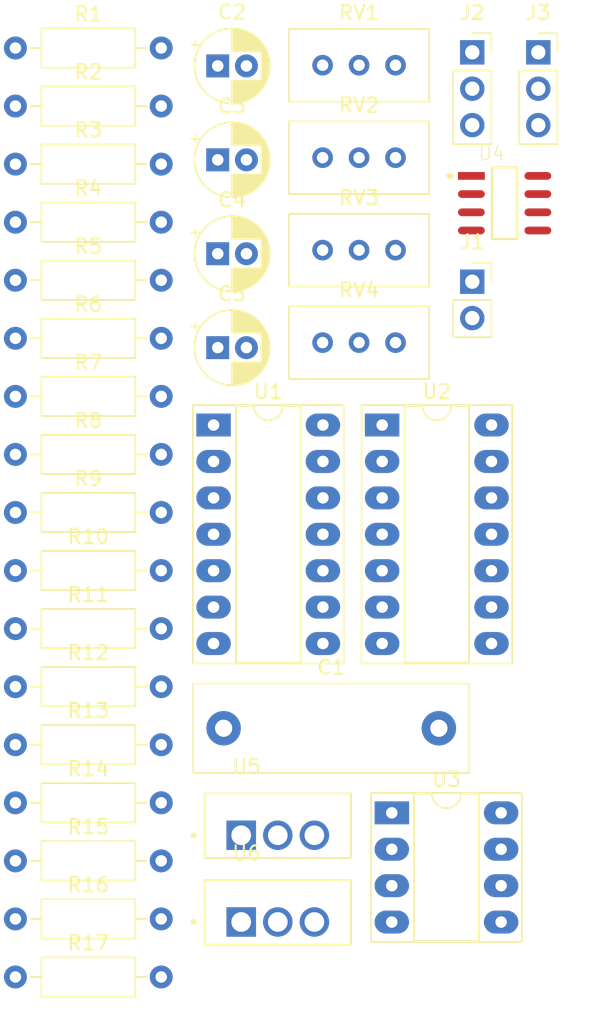
<source format=kicad_pcb>
(kicad_pcb (version 20221018) (generator pcbnew)
  (layers (0 "F.Cu" signal) (31 "B.Cu" signal) (34 "B.Paste" user) (35 "F.Paste" user) (36 "B.SilkS" user "B.Silkscreen") (37 "F.SilkS" user "F.Silkscreen") (38 "B.Mask" user) (39 "F.Mask" user) (44 "Edge.Cuts" user))
  (net 0 "")
  (net 1 "Net-(U1A-+)")
  (net 2 "GND")
  (net 3 "+9V")
  (net 4 "+5V")
  (net 5 "-9V")
  (net 6 "-5V")
  (net 7 "A0")
  (net 8 "A9")
  (net 9 "Net-(J2-Pin_1)")
  (net 10 "Net-(J2-Pin_2)")
  (net 11 "Net-(J2-Pin_3)")
  (net 12 "Net-(U1B-+)")
  (net 13 "t+")
  (net 14 "Net-(U1C--)")
  (net 15 "Net-(U1B--)")
  (net 16 "t-")
  (net 17 "Net-(U4--IN)")
  (net 18 "Net-(U4-+OUT)")
  (net 19 "Net-(U3A--)")
  (net 20 "Net-(U2C--)")
  (net 21 "Net-(U2A--)")
  (net 22 "Net-(R10-Pad1)")
  (net 23 "Net-(U2A-+)")
  (net 24 "Net-(U3B--)")
  (net 25 "Net-(U4-+IN)")
  (net 26 "Net-(U2D-+)")
  (net 27 "Net-(U2C-+)")
  (net 28 "Net-(U2B--)")
  (net 29 "Net-(U2D--)")
  (net 30 "Net-(U1A--)")
  (footprint "Resistor_THT:R_Axial_DIN0207_L6.3mm_D2.5mm_P10.16mm_Horizontal" (layer "F.Cu") (at 134.552 100.152)
    (fp_text reference "R13" (at 5.08 -2.37) (layer "F.SilkS"))
    (fp_text value "1K")
    (pad "1" thru_hole circle (at 0 0) (size 1.6 1.6) (drill 0.8) (layers "*.Cu" "*.Mask") (net 26 "Net-(U2D-+)"))
    (pad "2" thru_hole oval (at 10.16 0) (size 1.6 1.6) (drill 0.8) (layers "*.Cu" "*.Mask") (net 22 "Net-(R10-Pad1)"))
  )
  (footprint "Potentiometer_THT:Potentiometer_Bourns_3296W_Vertical" (layer "F.Cu") (at 161.042 72.102)
    (fp_text reference "RV4" (at -2.54 -3.66) (layer "F.SilkS"))
    (fp_text value "R_Potentiometer_Trim")
    (pad "1" thru_hole circle (at 0 0) (size 1.44 1.44) (drill 0.8) (layers "*.Cu" "*.Mask") (net 29 "Net-(U2D--)"))
    (pad "2" thru_hole circle (at -2.54 0) (size 1.44 1.44) (drill 0.8) (layers "*.Cu" "*.Mask") (net 7 "A0"))
    (pad "3" thru_hole circle (at -5.08 0) (size 1.44 1.44) (drill 0.8) (layers "*.Cu" "*.Mask") (net 7 "A0"))
  )
  (footprint "Resistor_THT:R_Axial_DIN0207_L6.3mm_D2.5mm_P10.16mm_Horizontal" (layer "F.Cu") (at 134.552 71.802)
    (fp_text reference "R6" (at 5.08 -2.37) (layer "F.SilkS"))
    (fp_text value "10K")
    (pad "1" thru_hole circle (at 0 0) (size 1.6 1.6) (drill 0.8) (layers "*.Cu" "*.Mask") (net 13 "t+"))
    (pad "2" thru_hole oval (at 10.16 0) (size 1.6 1.6) (drill 0.8) (layers "*.Cu" "*.Mask") (net 17 "Net-(U4--IN)"))
  )
  (footprint "Package_DIP:DIP-14_W7.62mm_Socket_LongPads" (layer "F.Cu") (at 148.362 77.852)
    (fp_text reference "U1" (at 3.81 -2.33) (layer "F.SilkS"))
    (fp_text value "LM324")
    (pad "1" thru_hole rect (at 0 0) (size 2.4 1.6) (drill 0.8) (layers "*.Cu" "*.Mask") (net 30 "Net-(U1A--)"))
    (pad "2" thru_hole oval (at 0 2.54) (size 2.4 1.6) (drill 0.8) (layers "*.Cu" "*.Mask") (net 30 "Net-(U1A--)"))
    (pad "3" thru_hole oval (at 0 5.08) (size 2.4 1.6) (drill 0.8) (layers "*.Cu" "*.Mask") (net 1 "Net-(U1A-+)"))
    (pad "4" thru_hole oval (at 0 7.62) (size 2.4 1.6) (drill 0.8) (layers "*.Cu" "*.Mask") (net 3 "+9V"))
    (pad "5" thru_hole oval (at 0 10.16) (size 2.4 1.6) (drill 0.8) (layers "*.Cu" "*.Mask") (net 12 "Net-(U1B-+)"))
    (pad "6" thru_hole oval (at 0 12.7) (size 2.4 1.6) (drill 0.8) (layers "*.Cu" "*.Mask") (net 15 "Net-(U1B--)"))
    (pad "7" thru_hole oval (at 0 15.24) (size 2.4 1.6) (drill 0.8) (layers "*.Cu" "*.Mask") (net 13 "t+"))
    (pad "8" thru_hole oval (at 7.62 15.24) (size 2.4 1.6) (drill 0.8) (layers "*.Cu" "*.Mask") (net 16 "t-"))
    (pad "9" thru_hole oval (at 7.62 12.7) (size 2.4 1.6) (drill 0.8) (layers "*.Cu" "*.Mask") (net 14 "Net-(U1C--)"))
    (pad "10" thru_hole oval (at 7.62 10.16) (size 2.4 1.6) (drill 0.8) (layers "*.Cu" "*.Mask") (net 2 "GND"))
    (pad "11" thru_hole oval (at 7.62 7.62) (size 2.4 1.6) (drill 0.8) (layers "*.Cu" "*.Mask") (net 5 "-9V"))
    (pad "12" thru_hole oval (at 7.62 5.08) (size 2.4 1.6) (drill 0.8) (layers "*.Cu" "*.Mask"))
    (pad "13" thru_hole oval (at 7.62 2.54) (size 2.4 1.6) (drill 0.8) (layers "*.Cu" "*.Mask"))
    (pad "14" thru_hole oval (at 7.62 0) (size 2.4 1.6) (drill 0.8) (layers "*.Cu" "*.Mask"))
  )
  (footprint "Resistor_THT:R_Axial_DIN0207_L6.3mm_D2.5mm_P10.16mm_Horizontal" (layer "F.Cu") (at 134.552 104.202)
    (fp_text reference "R14" (at 5.08 -2.37) (layer "F.SilkS"))
    (fp_text value "1K")
    (pad "1" thru_hole circle (at 0 0) (size 1.6 1.6) (drill 0.8) (layers "*.Cu" "*.Mask") (net 27 "Net-(U2C-+)"))
    (pad "2" thru_hole oval (at 10.16 0) (size 1.6 1.6) (drill 0.8) (layers "*.Cu" "*.Mask") (net 28 "Net-(U2B--)"))
  )
  (footprint "Capacitor_THT:CP_Radial_D5.0mm_P2.00mm" (layer "F.Cu") (at 148.651775 65.902)
    (fp_text reference "C4" (at 1 -3.75) (layer "F.SilkS"))
    (fp_text value "0.3uF")
    (pad "1" thru_hole rect (at 0 0) (size 1.6 1.6) (drill 0.8) (layers "*.Cu" "*.Mask") (net 2 "GND"))
    (pad "2" thru_hole circle (at 2 0) (size 1.6 1.6) (drill 0.8) (layers "*.Cu" "*.Mask") (net 5 "-9V"))
  )
  (footprint "Resistor_THT:R_Axial_DIN0207_L6.3mm_D2.5mm_P10.16mm_Horizontal" (layer "F.Cu") (at 134.552 63.702)
    (fp_text reference "R4" (at 5.08 -2.37) (layer "F.SilkS"))
    (fp_text value "1K")
    (pad "1" thru_hole circle (at 0 0) (size 1.6 1.6) (drill 0.8) (layers "*.Cu" "*.Mask") (net 4 "+5V"))
    (pad "2" thru_hole oval (at 10.16 0) (size 1.6 1.6) (drill 0.8) (layers "*.Cu" "*.Mask") (net 15 "Net-(U1B--)"))
  )
  (footprint "Resistor_THT:R_Axial_DIN0207_L6.3mm_D2.5mm_P10.16mm_Horizontal" (layer "F.Cu") (at 134.552 55.602)
    (fp_text reference "R2" (at 5.08 -2.37) (layer "F.SilkS"))
    (fp_text value "10K")
    (pad "1" thru_hole circle (at 0 0) (size 1.6 1.6) (drill 0.8) (layers "*.Cu" "*.Mask") (net 8 "A9"))
    (pad "2" thru_hole oval (at 10.16 0) (size 1.6 1.6) (drill 0.8) (layers "*.Cu" "*.Mask") (net 1 "Net-(U1A-+)"))
  )
  (footprint "Resistor_THT:R_Axial_DIN0207_L6.3mm_D2.5mm_P10.16mm_Horizontal" (layer "F.Cu") (at 134.552 67.752)
    (fp_text reference "R5" (at 5.08 -2.37) (layer "F.SilkS"))
    (fp_text value "1K")
    (pad "1" thru_hole circle (at 0 0) (size 1.6 1.6) (drill 0.8) (layers "*.Cu" "*.Mask") (net 14 "Net-(U1C--)"))
    (pad "2" thru_hole oval (at 10.16 0) (size 1.6 1.6) (drill 0.8) (layers "*.Cu" "*.Mask") (net 16 "t-"))
  )
  (footprint "Resistor_THT:R_Axial_DIN0207_L6.3mm_D2.5mm_P10.16mm_Horizontal" (layer "F.Cu") (at 134.552 75.852)
    (fp_text reference "R7" (at 5.08 -2.37) (layer "F.SilkS"))
    (fp_text value "2.2K")
    (pad "1" thru_hole circle (at 0 0) (size 1.6 1.6) (drill 0.8) (layers "*.Cu" "*.Mask") (net 18 "Net-(U4-+OUT)"))
    (pad "2" thru_hole oval (at 10.16 0) (size 1.6 1.6) (drill 0.8) (layers "*.Cu" "*.Mask") (net 11 "Net-(J2-Pin_3)"))
  )
  (footprint "Capacitor_THT:CP_Radial_D5.0mm_P2.00mm" (layer "F.Cu") (at 148.651775 52.802)
    (fp_text reference "C2" (at 1 -3.75) (layer "F.SilkS"))
    (fp_text value "0.3uF")
    (pad "1" thru_hole rect (at 0 0) (size 1.6 1.6) (drill 0.8) (layers "*.Cu" "*.Mask") (net 3 "+9V"))
    (pad "2" thru_hole circle (at 2 0) (size 1.6 1.6) (drill 0.8) (layers "*.Cu" "*.Mask") (net 2 "GND"))
  )
  (footprint "Package_DIP:DIP-8_W7.62mm_Socket_LongPads" (layer "F.Cu") (at 160.782 104.902)
    (fp_text reference "U3" (at 3.81 -2.33) (layer "F.SilkS"))
    (fp_text value "LM358")
    (pad "1" thru_hole rect (at 0 0) (size 2.4 1.6) (drill 0.8) (layers "*.Cu" "*.Mask") (net 19 "Net-(U3A--)"))
    (pad "2" thru_hole oval (at 0 2.54) (size 2.4 1.6) (drill 0.8) (layers "*.Cu" "*.Mask") (net 19 "Net-(U3A--)"))
    (pad "3" thru_hole oval (at 0 5.08) (size 2.4 1.6) (drill 0.8) (layers "*.Cu" "*.Mask") (net 10 "Net-(J2-Pin_2)"))
    (pad "4" thru_hole oval (at 0 7.62) (size 2.4 1.6) (drill 0.8) (layers "*.Cu" "*.Mask") (net 5 "-9V"))
    (pad "5" thru_hole oval (at 7.62 7.62) (size 2.4 1.6) (drill 0.8) (layers "*.Cu" "*.Mask") (net 9 "Net-(J2-Pin_1)"))
    (pad "6" thru_hole oval (at 7.62 5.08) (size 2.4 1.6) (drill 0.8) (layers "*.Cu" "*.Mask") (net 24 "Net-(U3B--)"))
    (pad "7" thru_hole oval (at 7.62 2.54) (size 2.4 1.6) (drill 0.8) (layers "*.Cu" "*.Mask") (net 24 "Net-(U3B--)"))
    (pad "8" thru_hole oval (at 7.62 0) (size 2.4 1.6) (drill 0.8) (layers "*.Cu" "*.Mask") (net 3 "+9V"))
  )
  (footprint "Resistor_THT:R_Axial_DIN0207_L6.3mm_D2.5mm_P10.16mm_Horizontal" (layer "F.Cu") (at 134.552 88.002)
    (fp_text reference "R10" (at 5.08 -2.37) (layer "F.SilkS"))
    (fp_text value "1K")
    (pad "1" thru_hole circle (at 0 0) (size 1.6 1.6) (drill 0.8) (layers "*.Cu" "*.Mask") (net 22 "Net-(R10-Pad1)"))
    (pad "2" thru_hole oval (at 10.16 0) (size 1.6 1.6) (drill 0.8) (layers "*.Cu" "*.Mask") (net 20 "Net-(U2C--)"))
  )
  (footprint "Resistor_THT:R_Axial_DIN0207_L6.3mm_D2.5mm_P10.16mm_Horizontal" (layer "F.Cu") (at 134.552 83.952)
    (fp_text reference "R9" (at 5.08 -2.37) (layer "F.SilkS"))
    (fp_text value "1K")
    (pad "1" thru_hole circle (at 0 0) (size 1.6 1.6) (drill 0.8) (layers "*.Cu" "*.Mask") (net 20 "Net-(U2C--)"))
    (pad "2" thru_hole oval (at 10.16 0) (size 1.6 1.6) (drill 0.8) (layers "*.Cu" "*.Mask") (net 21 "Net-(U2A--)"))
  )
  (footprint "Connector_PinSocket_2.54mm:PinSocket_1x02_P2.54mm_Vertical" (layer "F.Cu") (at 166.392 67.852)
    (fp_text reference "J1" (at 0 -2.77) (layer "F.SilkS"))
    (fp_text value "Conn_01x02")
    (pad "1" thru_hole rect (at 0 0) (size 1.7 1.7) (drill 1) (layers "*.Cu" "*.Mask") (net 7 "A0"))
    (pad "2" thru_hole oval (at 0 2.54) (size 1.7 1.7) (drill 1) (layers "*.Cu" "*.Mask") (net 8 "A9"))
  )
  (footprint "Resistor_THT:R_Axial_DIN0207_L6.3mm_D2.5mm_P10.16mm_Horizontal" (layer "F.Cu") (at 134.552 112.302)
    (fp_text reference "R16" (at 5.08 -2.37) (layer "F.SilkS"))
    (fp_text value "1K")
    (pad "1" thru_hole circle (at 0 0) (size 1.6 1.6) (drill 0.8) (layers "*.Cu" "*.Mask") (net 27 "Net-(U2C-+)"))
    (pad "2" thru_hole oval (at 10.16 0) (size 1.6 1.6) (drill 0.8) (layers "*.Cu" "*.Mask") (net 2 "GND"))
  )
  (footprint "Potentiometer_THT:Potentiometer_Bourns_3296W_Vertical" (layer "F.Cu") (at 161.042 52.752)
    (fp_text reference "RV1" (at -2.54 -3.66) (layer "F.SilkS"))
    (fp_text value "R_Potentiometer_Trim")
    (pad "1" thru_hole circle (at 0 0) (size 1.44 1.44) (drill 0.8) (layers "*.Cu" "*.Mask") (net 30 "Net-(U1A--)"))
    (pad "2" thru_hole circle (at -2.54 0) (size 1.44 1.44) (drill 0.8) (layers "*.Cu" "*.Mask") (net 12 "Net-(U1B-+)"))
    (pad "3" thru_hole circle (at -5.08 0) (size 1.44 1.44) (drill 0.8) (layers "*.Cu" "*.Mask") (net 12 "Net-(U1B-+)"))
  )
  (footprint "l7805:TO255P1020X450X2000-3" (layer "F.Cu") (at 152.837 111.852)
    (fp_text reference "U6" (at -2.175 -4.135) (layer "F.SilkS"))
    (fp_text value "L7905")
    (pad "1" thru_hole rect (at -2.55 0.6625) (size 2.055 2.055) (drill 1.37) (layers "*.Cu" "*.Mask") (net 2 "GND"))
    (pad "2" thru_hole circle (at 0 0.6625) (size 2.055 2.055) (drill 1.37) (layers "*.Cu" "*.Mask") (net 5 "-9V"))
    (pad "3" thru_hole circle (at 2.55 0.6625) (size 2.055 2.055) (drill 1.37) (layers "*.Cu" "*.Mask") (net 6 "-5V"))
  )
  (footprint "Potentiometer_THT:Potentiometer_Bourns_3296W_Vertical" (layer "F.Cu") (at 161.042 65.652)
    (fp_text reference "RV3" (at -2.54 -3.66) (layer "F.SilkS"))
    (fp_text value "R_Potentiometer_Trim")
    (pad "1" thru_hole circle (at 0 0) (size 1.44 1.44) (drill 0.8) (layers "*.Cu" "*.Mask") (net 26 "Net-(U2D-+)"))
    (pad "2" thru_hole circle (at -2.54 0) (size 1.44 1.44) (drill 0.8) (layers "*.Cu" "*.Mask") (net 4 "+5V"))
    (pad "3" thru_hole circle (at -5.08 0) (size 1.44 1.44) (drill 0.8) (layers "*.Cu" "*.Mask") (net 4 "+5V"))
  )
  (footprint "Capacitor_THT:CP_Radial_D5.0mm_P2.00mm" (layer "F.Cu") (at 148.651775 72.452)
    (fp_text reference "C5" (at 1 -3.75) (layer "F.SilkS"))
    (fp_text value "0.3uF")
    (pad "1" thru_hole rect (at 0 0) (size 1.6 1.6) (drill 0.8) (layers "*.Cu" "*.Mask") (net 2 "GND"))
    (pad "2" thru_hole circle (at 2 0) (size 1.6 1.6) (drill 0.8) (layers "*.Cu" "*.Mask") (net 6 "-5V"))
  )
  (footprint "Resistor_THT:R_Axial_DIN0207_L6.3mm_D2.5mm_P10.16mm_Horizontal" (layer "F.Cu") (at 134.552 51.552)
    (fp_text reference "R1" (at 5.08 -2.37) (layer "F.SilkS"))
    (fp_text value "1K")
    (pad "1" thru_hole circle (at 0 0) (size 1.6 1.6) (drill 0.8) (layers "*.Cu" "*.Mask") (net 12 "Net-(U1B-+)"))
    (pad "2" thru_hole oval (at 10.16 0) (size 1.6 1.6) (drill 0.8) (layers "*.Cu" "*.Mask") (net 2 "GND"))
  )
  (footprint "Connector_PinSocket_2.54mm:PinSocket_1x03_P2.54mm_Vertical" (layer "F.Cu") (at 170.992 51.852)
    (fp_text reference "J3" (at 0 -2.77) (layer "F.SilkS"))
    (fp_text value "Conn_01x03")
    (pad "1" thru_hole rect (at 0 0) (size 1.7 1.7) (drill 1) (layers "*.Cu" "*.Mask") (net 5 "-9V"))
    (pad "2" thru_hole oval (at 0 2.54) (size 1.7 1.7) (drill 1) (layers "*.Cu" "*.Mask") (net 2 "GND"))
    (pad "3" thru_hole oval (at 0 5.08) (size 1.7 1.7) (drill 1) (layers "*.Cu" "*.Mask") (net 3 "+9V"))
  )
  (footprint "Analog Devices Inc - AD8138ARZ:ANALOG_DEVICES_INC_AD8138ARZ_0" (layer "F.Cu") (at 168.645 62.377)
    (fp_text reference "U4" (at -1.878 -2.925) (layer "F.SilkS") (effects (font (size 0.92 0.92) (thickness 0.08)) (justify left bottom)))
    (fp_text value "AD8138ARZ")
    (pad "1" smd roundrect (at -2.316 -1.905) (size 1.874 0.542) (layers "F.Cu" "F.Paste" "F.Mask") (roundrect_rratio 0) (net 17 "Net-(U4--IN)"))
    (pad "2" smd roundrect (at -2.316 -0.635) (size 1.874 0.542) (layers "F.Cu" "F.Paste" "F.Mask") (roundrect_rratio 0.5))
    (pad "3" smd roundrect (at -2.316 0.635) (size 1.874 0.542) (layers "F.Cu" "F.Paste" "F.Mask") (roundrect_rratio 0.5) (net 4 "+5V"))
    (pad "4" smd roundrect (at -2.316 1.905) (size 1.874 0.542) (layers "F.Cu" "F.Paste" "F.Mask") (roundrect_rratio 0.5) (net 18 "Net-(U4-+OUT)"))
    (pad "5" smd roundrect (at 2.316 1.905) (size 1.874 0.542) (layers "F.Cu" "F.Paste" "F.Mask") (roundrect_rratio 0.5) (net 23 "Net-(U2A-+)"))
    (pad "6" smd roundrect (at 2.316 0.635) (size 1.874 0.542) (layers "F.Cu" "F.Paste" "F.Mask") (roundrect_rratio 0.5) (net 6 "-5V"))
    (pad "7" smd roundrect (at 2.316 -0.635) (size 1.874 0.542) (layers "F.Cu" "F.Paste" "F.Mask") (roundrect_rratio 0.5))
    (pad "8" smd roundrect (at 2.316 -1.905) (size 1.874 0.542) (layers "F.Cu" "F.Paste" "F.Mask") (roundrect_rratio 0.5) (net 25 "Net-(U4-+IN)"))
  )
  (footprint "Resistor_THT:R_Axial_DIN0207_L6.3mm_D2.5mm_P10.16mm_Horizontal" (layer "F.Cu") (at 134.552 92.052)
    (fp_text reference "R11" (at 5.08 -2.37) (layer "F.SilkS"))
    (fp_text value "2.2K")
    (pad "1" thru_hole circle (at 0 0) (size 1.6 1.6) (drill 0.8) (layers "*.Cu" "*.Mask") (net 9 "Net-(J2-Pin_1)"))
    (pad "2" thru_hole oval (at 10.16 0) (size 1.6 1.6) (drill 0.8) (layers "*.Cu" "*.Mask") (net 23 "Net-(U2A-+)"))
  )
  (footprint "Resistor_THT:R_Axial_DIN0207_L6.3mm_D2.5mm_P10.16mm_Horizontal" (layer "F.Cu") (at 134.552 116.352)
    (fp_text reference "R17" (at 5.08 -2.37) (layer "F.SilkS"))
    (fp_text value "1K")
    (pad "1" thru_hole circle (at 0 0) (size 1.6 1.6) (drill 0.8) (layers "*.Cu" "*.Mask") (net 29 "Net-(U2D--)"))
    (pad "2" thru_hole oval (at 10.16 0) (size 1.6 1.6) (drill 0.8) (layers "*.Cu" "*.Mask") (net 2 "GND"))
  )
  (footprint "Resistor_THT:R_Axial_DIN0207_L6.3mm_D2.5mm_P10.16mm_Horizontal" (layer "F.Cu") (at 134.552 79.902)
    (fp_text reference "R8" (at 5.08 -2.37) (layer "F.SilkS"))
    (fp_text value "10K")
    (pad "1" thru_hole circle (at 0 0) (size 1.6 1.6) (drill 0.8) (layers "*.Cu" "*.Mask") (net 19 "Net-(U3A--)"))
    (pad "2" thru_hole oval (at 10.16 0) (size 1.6 1.6) (drill 0.8) (layers "*.Cu" "*.Mask") (net 17 "Net-(U4--IN)"))
  )
  (footprint "Resistor_THT:R_Axial_DIN0207_L6.3mm_D2.5mm_P10.16mm_Horizontal" (layer "F.Cu") (at 134.552 96.102)
    (fp_text reference "R12" (at 5.08 -2.37) (layer "F.SilkS"))
    (fp_text value "10K")
    (pad "1" thru_hole circle (at 0 0) (size 1.6 1.6) (drill 0.8) (layers "*.Cu" "*.Mask") (net 24 "Net-(U3B--)"))
    (pad "2" thru_hole oval (at 10.16 0) (size 1.6 1.6) (drill 0.8) (layers "*.Cu" "*.Mask") (net 25 "Net-(U4-+IN)"))
  )
  (footprint "Capacitor_THT:CP_Radial_D5.0mm_P2.00mm" (layer "F.Cu") (at 148.651775 59.352)
    (fp_text reference "C3" (at 1 -3.75) (layer "F.SilkS"))
    (fp_text value "0.3uF")
    (pad "1" thru_hole rect (at 0 0) (size 1.6 1.6) (drill 0.8) (layers "*.Cu" "*.Mask") (net 4 "+5V"))
    (pad "2" thru_hole circle (at 2 0) (size 1.6 1.6) (drill 0.8) (layers "*.Cu" "*.Mask") (net 2 "GND"))
  )
  (footprint "Capacitor_THT:C_Rect_L19.0mm_W6.0mm_P15.00mm_MKS4" (layer "F.Cu") (at 149.062 99.002)
    (fp_text reference "C1" (at 7.5 -4.25) (layer "F.SilkS"))
    (fp_text value "470nF")
    (pad "1" thru_hole circle (at 0 0) (size 2.4 2.4) (drill 1.2) (layers "*.Cu" "*.Mask") (net 1 "Net-(U1A-+)"))
    (pad "2" thru_hole circle (at 15 0) (size 2.4 2.4) (drill 1.2) (layers "*.Cu" "*.Mask") (net 2 "GND"))
  )
  (footprint "Resistor_THT:R_Axial_DIN0207_L6.3mm_D2.5mm_P10.16mm_Horizontal" (layer "F.Cu") (at 134.552 108.252)
    (fp_text reference "R15" (at 5.08 -2.37) (layer "F.SilkS"))
    (fp_text value "10K")
    (pad "1" thru_hole circle (at 0 0) (size 1.6 1.6) (drill 0.8) (layers "*.Cu" "*.Mask") (net 16 "t-"))
    (pad "2" thru_hole oval (at 10.16 0) (size 1.6 1.6) (drill 0.8) (layers "*.Cu" "*.Mask") (net 25 "Net-(U4-+IN)"))
  )
  (footprint "Resistor_THT:R_Axial_DIN0207_L6.3mm_D2.5mm_P10.16mm_Horizontal" (layer "F.Cu") (at 134.552 59.652)
    (fp_text reference "R3" (at 5.08 -2.37) (layer "F.SilkS"))
    (fp_text value "1K")
    (pad "1" thru_hole circle (at 0 0) (size 1.6 1.6) (drill 0.8) (layers "*.Cu" "*.Mask") (net 13 "t+"))
    (pad "2" thru_hole oval (at 10.16 0) (size 1.6 1.6) (drill 0.8) (layers "*.Cu" "*.Mask") (net 14 "Net-(U1C--)"))
  )
  (footprint "Connector_PinSocket_2.54mm:PinSocket_1x03_P2.54mm_Vertical" (layer "F.Cu") (at 166.392 51.852)
    (fp_text reference "J2" (at 0 -2.77) (layer "F.SilkS"))
    (fp_text value "Conn_01x03")
    (pad "1" thru_hole rect (at 0 0) (size 1.7 1.7) (drill 1) (layers "*.Cu" "*.Mask") (net 9 "Net-(J2-Pin_1)"))
    (pad "2" thru_hole oval (at 0 2.54) (size 1.7 1.7) (drill 1) (layers "*.Cu" "*.Mask") (net 10 "Net-(J2-Pin_2)"))
    (pad "3" thru_hole oval (at 0 5.08) (size 1.7 1.7) (drill 1) (layers "*.Cu" "*.Mask") (net 11 "Net-(J2-Pin_3)"))
  )
  (footprint "Package_DIP:DIP-14_W7.62mm_Socket_LongPads" (layer "F.Cu") (at 160.112 77.852)
    (fp_text reference "U2" (at 3.81 -2.33) (layer "F.SilkS"))
    (fp_text value "LM324")
    (pad "1" thru_hole rect (at 0 0) (size 2.4 1.6) (drill 0.8) (layers "*.Cu" "*.Mask") (net 21 "Net-(U2A--)"))
    (pad "2" thru_hole oval (at 0 2.54) (size 2.4 1.6) (drill 0.8) (layers "*.Cu" "*.Mask") (net 21 "Net-(U2A--)"))
    (pad "3" thru_hole oval (at 0 5.08) (size 2.4 1.6) (drill 0.8) (layers "*.Cu" "*.Mask") (net 23 "Net-(U2A-+)"))
    (pad "4" thru_hole oval (at 0 7.62) (size 2.4 1.6) (drill 0.8) (layers "*.Cu" "*.Mask") (net 3 "+9V"))
    (pad "5" thru_hole oval (at 0 10.16) (size 2.4 1.6) (drill 0.8) (layers "*.Cu" "*.Mask") (net 9 "Net-(J2-Pin_1)"))
    (pad "6" thru_hole oval (at 0 12.7) (size 2.4 1.6) (drill 0.8) (layers "*.Cu" "*.Mask") (net 28 "Net-(U2B--)"))
    (pad "7" thru_hole oval (at 0 15.24) (size 2.4 1.6) (drill 0.8) (layers "*.Cu" "*.Mask") (net 28 "Net-(U2B--)"))
    (pad "8" thru_hole oval (at 7.62 15.24) (size 2.4 1.6) (drill 0.8) (layers "*.Cu" "*.Mask") (net 22 "Net-(R10-Pad1)"))
    (pad "9" thru_hole oval (at 7.62 12.7) (size 2.4 1.6) (drill 0.8) (layers "*.Cu" "*.Mask") (net 20 "Net-(U2C--)"))
    (pad "10" thru_hole oval (at 7.62 10.16) (size 2.4 1.6) (drill 0.8) (layers "*.Cu" "*.Mask") (net 27 "Net-(U2C-+)"))
    (pad "11" thru_hole oval (at 7.62 7.62) (size 2.4 1.6) (drill 0.8) (layers "*.Cu" "*.Mask") (net 5 "-9V"))
    (pad "12" thru_hole oval (at 7.62 5.08) (size 2.4 1.6) (drill 0.8) (layers "*.Cu" "*.Mask") (net 26 "Net-(U2D-+)"))
    (pad "13" thru_hole oval (at 7.62 2.54) (size 2.4 1.6) (drill 0.8) (layers "*.Cu" "*.Mask") (net 29 "Net-(U2D--)"))
    (pad "14" thru_hole oval (at 7.62 0) (size 2.4 1.6) (drill 0.8) (layers "*.Cu" "*.Mask") (net 7 "A0"))
  )
  (footprint "Potentiometer_THT:Potentiometer_Bourns_3296W_Vertical" (layer "F.Cu") (at 161.042 59.202)
    (fp_text reference "RV2" (at -2.54 -3.66) (layer "F.SilkS"))
    (fp_text value "R_Potentiometer_Trim")
    (pad "1" thru_hole circle (at 0 0) (size 1.44 1.44) (drill 0.8) (layers "*.Cu" "*.Mask") (net 15 "Net-(U1B--)"))
    (pad "2" thru_hole circle (at -2.54 0) (size 1.44 1.44) (drill 0.8) (layers "*.Cu" "*.Mask") (net 13 "t+"))
    (pad "3" thru_hole circle (at -5.08 0) (size 1.44 1.44) (drill 0.8) (layers "*.Cu" "*.Mask") (net 13 "t+"))
  )
  (footprint "l7805:TO255P1020X450X2000-3" (layer "F.Cu") (at 152.837 105.802)
    (fp_text reference "U5" (at -2.175 -4.135) (layer "F.SilkS"))
    (fp_text value "L7805")
    (pad "1" thru_hole rect (at -2.55 0.6625) (size 2.055 2.055) (drill 1.37) (layers "*.Cu" "*.Mask") (net 3 "+9V"))
    (pad "2" thru_hole circle (at 0 0.6625) (size 2.055 2.055) (drill 1.37) (layers "*.Cu" "*.Mask") (net 2 "GND"))
    (pad "3" thru_hole circle (at 2.55 0.6625) (size 2.055 2.055) (drill 1.37) (layers "*.Cu" "*.Mask") (net 4 "+5V"))
  )
)
</source>
